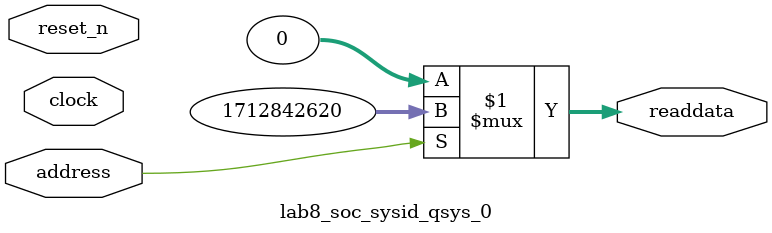
<source format=v>



// synthesis translate_off
`timescale 1ns / 1ps
// synthesis translate_on

// turn off superfluous verilog processor warnings 
// altera message_level Level1 
// altera message_off 10034 10035 10036 10037 10230 10240 10030 

module lab8_soc_sysid_qsys_0 (
               // inputs:
                address,
                clock,
                reset_n,

               // outputs:
                readdata
             )
;

  output  [ 31: 0] readdata;
  input            address;
  input            clock;
  input            reset_n;

  wire    [ 31: 0] readdata;
  //control_slave, which is an e_avalon_slave
  assign readdata = address ? 1712842620 : 0;

endmodule



</source>
